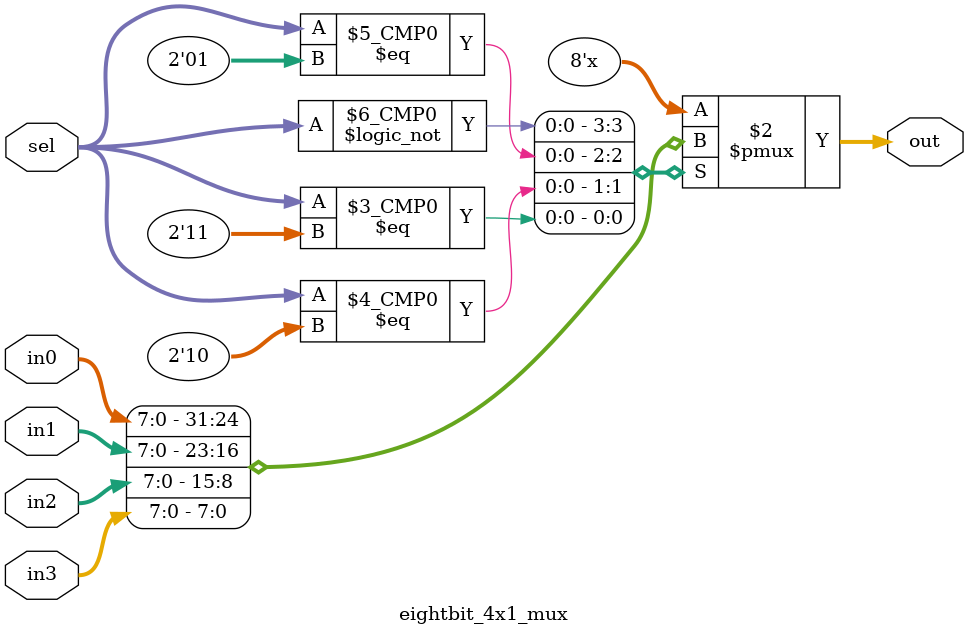
<source format=v>
`timescale 1ns / 1ps


module eightbit_4x1_mux(
    input [7:0] in0,
    input [7:0] in1,
    input [7:0] in2,
    input [7:0] in3,
    input [1:0] sel,
    output reg [7:0] out
);

    always @(*) begin
        case (sel)
            2'b00: out = in0;
            2'b01: out = in1;
            2'b10: out = in2;
            2'b11: out = in3;
            default: out = 8'b00000000;
        endcase
    end

endmodule

</source>
